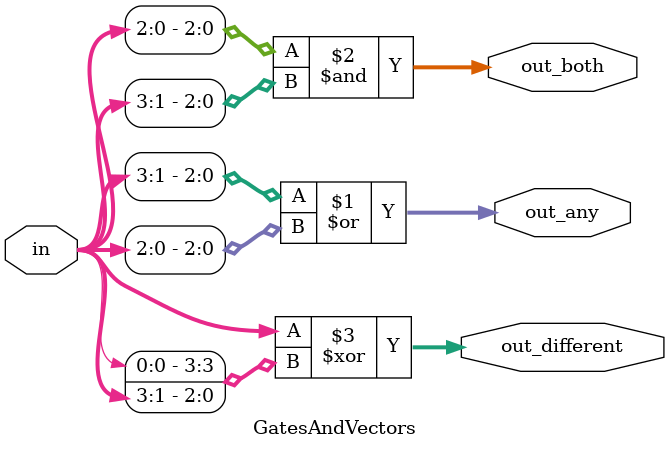
<source format=v>


module GatesAndVectors
(
  input [3:0] in,
  output [2:0] out_both,
  output [3:1] out_any,
  output [3:0] out_different
);

  assign out_any = in[3:1] | in[2:0];
  assign out_both = in[2:0] & in[3:1];
  assign out_different = in ^ { in[0], in[3:1] };

endmodule


</source>
